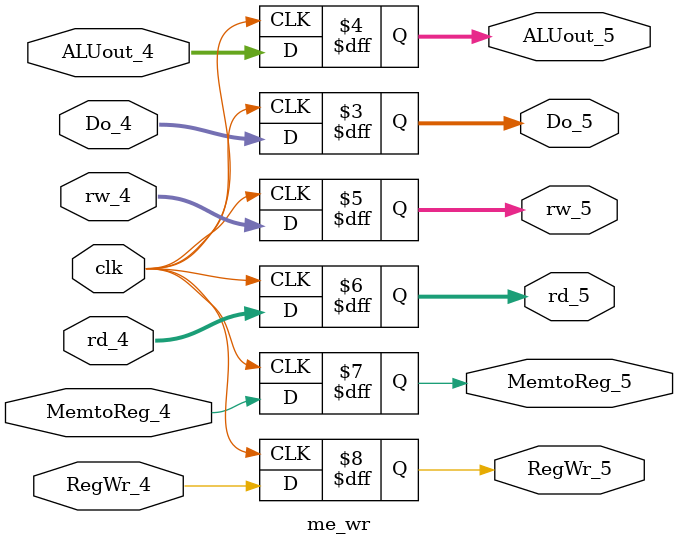
<source format=v>
module me_wr(clk,Do_4,ALUout_4,rw_4,MemtoReg_4,RegWr_4,rd_4,
	Do_5,ALUout_5,rw_5,MemtoReg_5,RegWr_5,rd_5);
	input clk;
	input[31:0] Do_4,ALUout_4;
	input[4:0] rw_4,rd_4;
	input MemtoReg_4,RegWr_4;
	output reg[31:0] Do_5,ALUout_5;
	output reg[4:0] rw_5,rd_5;
	output reg MemtoReg_5,RegWr_5;

	initial
	begin
		Do_5 = 0;
		ALUout_5 = 0;
		rw_5 = 0;
		MemtoReg_5 = 0;
		RegWr_5 = 0;
		rd_5 =0;
	end
	always @(negedge clk) begin
		Do_5 <= Do_4;
		ALUout_5 <= ALUout_4;
		rw_5 <= rw_4;
		MemtoReg_5 <= MemtoReg_4;
		RegWr_5 <= RegWr_4;
		rd_5 <= rd_4;
	end
endmodule
</source>
